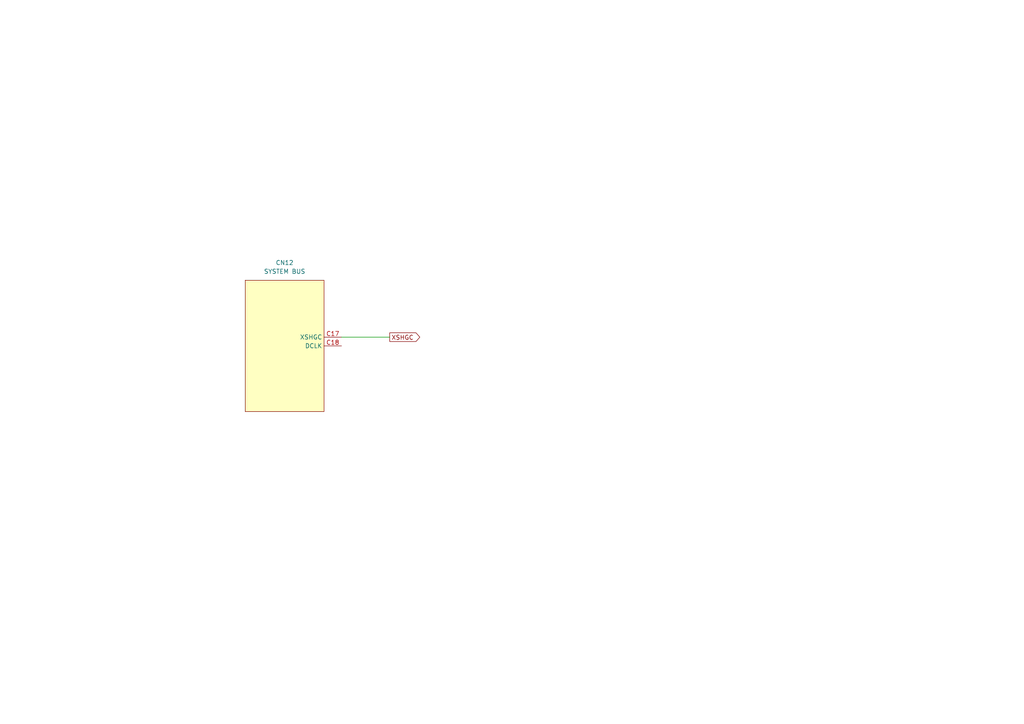
<source format=kicad_sch>
(kicad_sch (version 20230121) (generator eeschema)

  (uuid eb83be10-f563-45b9-9ccd-dcfb244f4d22)

  (paper "A4")

  (title_block
    (title "拡張スロットバス")
    (comment 1 "VA1回路図 P.260")
  )

  (lib_symbols
    (symbol "88va_Library:Bus_System_VA2" (in_bom yes) (on_board yes)
      (property "Reference" "CN" (at 0 17.78 0)
        (effects (font (size 1.27 1.27)))
      )
      (property "Value" "SYSTEM BUS" (at 0 15.24 0)
        (effects (font (size 1.27 1.27)))
      )
      (property "Footprint" "" (at 0 12.7 0)
        (effects (font (size 1.27 1.27)) hide)
      )
      (property "Datasheet" "" (at 0 0 0)
        (effects (font (size 1.27 1.27)) hide)
      )
      (symbol "Bus_System_VA2_0_1"
        (rectangle (start 8.89 -7.62) (end 8.89 -7.62)
          (stroke (width 0) (type default))
          (fill (type none))
        )
      )
      (symbol "Bus_System_VA2_1_1"
        (rectangle (start -11.43 11.43) (end 11.43 -26.67)
          (stroke (width 0) (type default))
          (fill (type background))
        )
        (pin output line (at 16.51 -5.08 180) (length 5.08)
          (name "XSHGC" (effects (font (size 1.27 1.27))))
          (number "C17" (effects (font (size 1.27 1.27))))
        )
        (pin output line (at 16.51 -7.62 180) (length 5.08)
          (name "DCLK" (effects (font (size 1.27 1.27))))
          (number "C18" (effects (font (size 1.27 1.27))))
        )
      )
    )
  )


  (wire (pts (xy 99.06 97.79) (xy 113.03 97.79))
    (stroke (width 0) (type default))
    (uuid 25367309-9d46-4850-a786-c6270bad920c)
  )

  (global_label "XSHGC" (shape output) (at 113.03 97.79 0) (fields_autoplaced)
    (effects (font (size 1.27 1.27)) (justify left))
    (uuid d7cc2484-32bf-4859-9c8b-6ba6af77c4a1)
    (property "Intersheetrefs" "${INTERSHEET_REFS}" (at 122.3047 97.79 0)
      (effects (font (size 1.27 1.27)) (justify left) hide)
    )
  )

  (symbol (lib_id "88va_Library:Bus_System_VA2") (at 82.55 92.71 0) (unit 1)
    (in_bom yes) (on_board yes) (dnp no) (fields_autoplaced)
    (uuid 062b61e0-6e55-419a-a8b2-09234278f41b)
    (property "Reference" "CN12" (at 82.55 76.2 0)
      (effects (font (size 1.27 1.27)))
    )
    (property "Value" "SYSTEM BUS" (at 82.55 78.74 0)
      (effects (font (size 1.27 1.27)))
    )
    (property "Footprint" "" (at 82.55 80.01 0)
      (effects (font (size 1.27 1.27)) hide)
    )
    (property "Datasheet" "" (at 82.55 92.71 0)
      (effects (font (size 1.27 1.27)) hide)
    )
    (pin "C17" (uuid bab5db05-a3d1-42d2-8aea-6a8ec8b0b2aa))
    (pin "C18" (uuid 1330d59c-3e7a-42f7-a1f3-eb07e6a84443))
    (instances
      (project "88va2-circuit"
        (path "/8cd193ae-a369-4130-9ba4-f2075fa60e2b/605c9c3f-be07-475c-99c8-c23c6df2722c"
          (reference "CN12") (unit 1)
        )
      )
    )
  )
)

</source>
